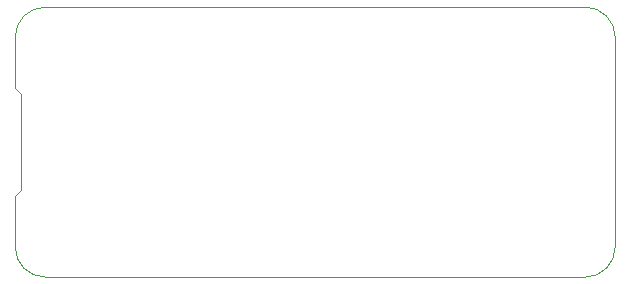
<source format=gbr>
%TF.GenerationSoftware,Altium Limited,Altium Designer,20.1.11 (218)*%
G04 Layer_Color=0*
%FSLAX26Y26*%
%MOIN*%
%TF.SameCoordinates,3C5C7FA7-1F59-4671-A418-6E2A2DAA0BFA*%
%TF.FilePolarity,Positive*%
%TF.FileFunction,Profile,NP*%
%TF.Part,Single*%
G01*
G75*
%TA.AperFunction,Profile*%
%ADD90C,0.001000*%
D90*
X0Y100000D02*
Y270000D01*
X20000Y290000D01*
Y610000D01*
X0Y630000D01*
Y800000D01*
D02*
G02*
X100000Y900000I100000J0D01*
G01*
X1900000D01*
D02*
G02*
X2000000Y800000I0J-100000D01*
G01*
Y100000D01*
D02*
G02*
X1900000Y0I-100000J0D01*
G01*
X100000D01*
D02*
G02*
X0Y100000I0J100000D01*
G01*
%TF.MD5,d2ea1108e29883db78ddccb25105157f*%
M02*

</source>
